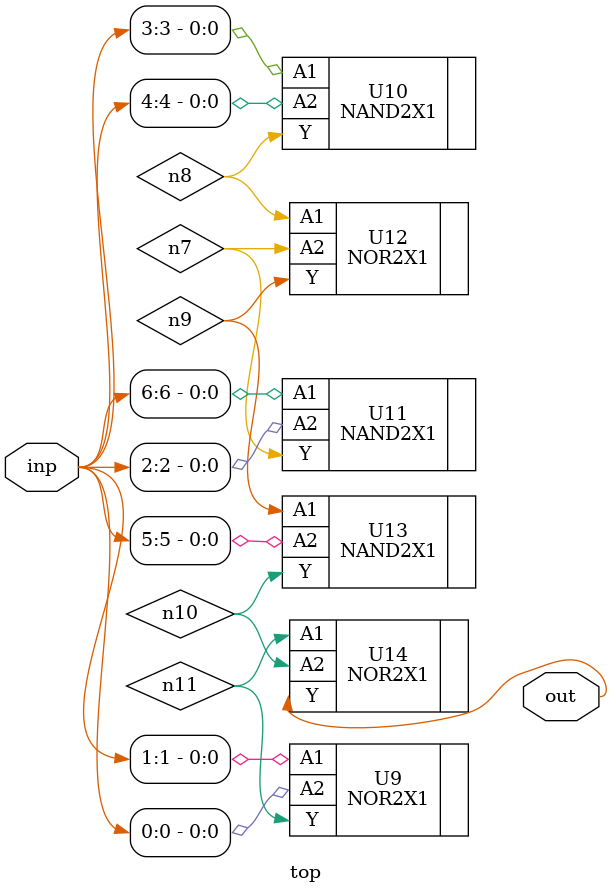
<source format=sv>


module top ( inp, out );
  input [6:0] inp;
  output out;
  wire   n7, n8, n9, n10, n11;

  NOR2X1 U9 ( .A1(inp[1]), .A2(inp[0]), .Y(n11) );
  NAND2X1 U10 ( .A1(inp[3]), .A2(inp[4]), .Y(n8) );
  NAND2X1 U11 ( .A1(inp[6]), .A2(inp[2]), .Y(n7) );
  NOR2X1 U12 ( .A1(n8), .A2(n7), .Y(n9) );
  NAND2X1 U13 ( .A1(n9), .A2(inp[5]), .Y(n10) );
  NOR2X1 U14 ( .A1(n11), .A2(n10), .Y(out) );
endmodule


</source>
